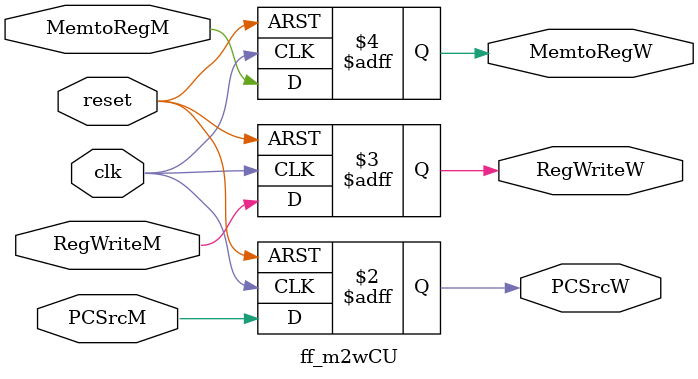
<source format=sv>
module ff_m2wCU (input logic clk, reset, 
                 input logic PCSrcM, RegWriteM, MemtoRegM,
                 output logic PCSrcW, RegWriteW, MemtoRegW);
    
    always_ff @(posedge clk, posedge reset) begin
        if (reset) begin
            PCSrcW <= 0;
            RegWriteW <= 0;
            MemtoRegW <= 0;
        end
        else begin
            PCSrcW <= PCSrcM;
            RegWriteW <= RegWriteM;
            MemtoRegW <= MemtoRegM;
        end
    end

endmodule
</source>
